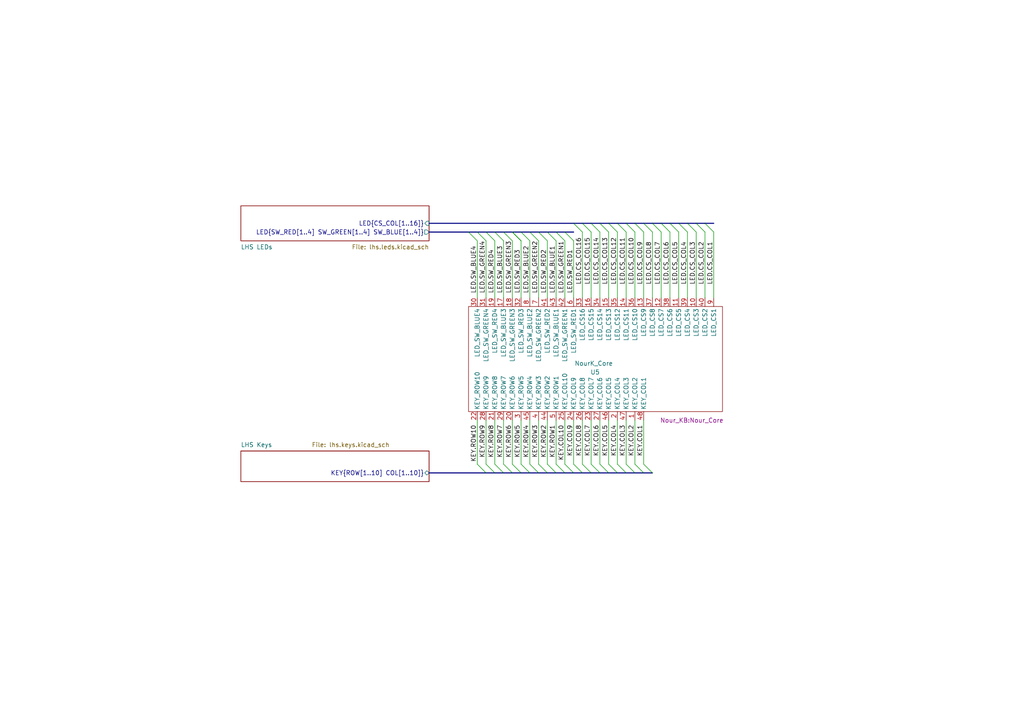
<source format=kicad_sch>
(kicad_sch (version 20211123) (generator eeschema)
  (paper "A4")
  (lib_symbols
    (symbol "Nour_KB:Nour_Core" (in_bom no)
      (property "Reference" "U" (at 0 0 0))
      (property "Value" "Nour_Core" (at 0 -2.54 0))
      (symbol "Nour_Core_0_1"
        (rectangle (start -36.83 15.24) (end 36.83 -15.24) (stroke (width 0.1524)))
      )
      (symbol "Nour_Core_1_1"
        (pin passive line (at 11.43 -17.78 90) (length 2.54) (name "KEY_COL2") (number "1"))
        (pin passive line (at 29.21 17.78 270) (length 2.54) (name "LED_CS3") (number "10"))
        (pin passive line (at 24.13 17.78 270) (length 2.54) (name "LED_CS5") (number "11"))
        (pin passive line (at 19.05 17.78 270) (length 2.54) (name "LED_CS7") (number "12"))
        (pin passive line (at 13.97 17.78 270) (length 2.54) (name "LED_CS9") (number "13"))
        (pin passive line (at 8.89 17.78 270) (length 2.54) (name "LED_CS11") (number "14"))
        (pin passive line (at 3.81 17.78 270) (length 2.54) (name "LED_CS13") (number "15"))
        (pin passive line (at -1.27 17.78 270) (length 2.54) (name "LED_CS15") (number "16"))
        (pin passive line (at -26.67 17.78 270) (length 2.54) (name "LED_SW_BLUE3") (number "17"))
        (pin passive line (at -24.13 17.78 270) (length 2.54) (name "LED_SW_GREEN3") (number "18"))
        (pin passive line (at -29.21 17.78 270) (length 2.54) (name "LED_SW_RED4") (number "19"))
        (pin passive line (at 6.35 -17.78 90) (length 2.54) (name "KEY_COL4") (number "2"))
        (pin passive line (at -24.13 -17.78 90) (length 2.54) (name "KEY_ROW6") (number "20"))
        (pin passive line (at -29.21 -17.78 90) (length 2.54) (name "KEY_ROW8") (number "21"))
        (pin passive line (at -34.29 -17.78 90) (length 2.54) (name "KEY_ROW10") (number "22"))
        (pin passive line (at -1.27 -17.78 90) (length 2.54) (name "KEY_COL7") (number "23"))
        (pin passive line (at -6.35 -17.78 90) (length 2.54) (name "KEY_COL9") (number "24"))
        (pin passive line (at -8.89 -17.78 90) (length 2.54) (name "KEY_COL10") (number "25"))
        (pin passive line (at -3.81 -17.78 90) (length 2.54) (name "KEY_COL8") (number "26"))
        (pin passive line (at 1.27 -17.78 90) (length 2.54) (name "KEY_COL6") (number "27"))
        (pin passive line (at -31.75 -17.78 90) (length 2.54) (name "KEY_ROW9") (number "28"))
        (pin passive line (at -26.67 -17.78 90) (length 2.54) (name "KEY_ROW7") (number "29"))
        (pin passive line (at -21.59 -17.78 90) (length 2.54) (name "KEY_ROW5") (number "3"))
        (pin passive line (at -34.29 17.78 270) (length 2.54) (name "LED_SW_BLUE4") (number "30"))
        (pin passive line (at -31.75 17.78 270) (length 2.54) (name "LED_SW_GREEN4") (number "31"))
        (pin passive line (at -21.59 17.78 270) (length 2.54) (name "LED_SW_RED3") (number "32"))
        (pin passive line (at -3.81 17.78 270) (length 2.54) (name "LED_CS16") (number "33"))
        (pin passive line (at 1.27 17.78 270) (length 2.54) (name "LED_CS14") (number "34"))
        (pin passive line (at 6.35 17.78 270) (length 2.54) (name "LED_CS12") (number "35"))
        (pin passive line (at 11.43 17.78 270) (length 2.54) (name "LED_CS10") (number "36"))
        (pin passive line (at 16.51 17.78 270) (length 2.54) (name "LED_CS8") (number "37"))
        (pin passive line (at 21.59 17.78 270) (length 2.54) (name "LED_CS6") (number "38"))
        (pin passive line (at 26.67 17.78 270) (length 2.54) (name "LED_CS4") (number "39"))
        (pin passive line (at -16.51 -17.78 90) (length 2.54) (name "KEY_ROW3") (number "4"))
        (pin passive line (at 31.75 17.78 270) (length 2.54) (name "LED_CS2") (number "40"))
        (pin passive line (at -13.97 17.78 270) (length 2.54) (name "LED_SW_RED2") (number "41"))
        (pin passive line (at -8.89 17.78 270) (length 2.54) (name "LED_SW_GREEN1") (number "42"))
        (pin passive line (at -11.43 17.78 270) (length 2.54) (name "LED_SW_BLUE1") (number "43"))
        (pin passive line (at -13.97 -17.78 90) (length 2.54) (name "KEY_ROW2") (number "44"))
        (pin passive line (at -19.05 -17.78 90) (length 2.54) (name "KEY_ROW4") (number "45"))
        (pin passive line (at 3.81 -17.78 90) (length 2.54) (name "KEY_COL5") (number "46"))
        (pin passive line (at 8.89 -17.78 90) (length 2.54) (name "KEY_COL3") (number "47"))
        (pin passive line (at 13.97 -17.78 90) (length 2.54) (name "KEY_COL1") (number "48"))
        (pin passive line (at -11.43 -17.78 90) (length 2.54) (name "KEY_ROW1") (number "5"))
        (pin passive line (at -6.35 17.78 270) (length 2.54) (name "LED_SW_RED1") (number "6"))
        (pin passive line (at -16.51 17.78 270) (length 2.54) (name "LED_SW_GREEN2") (number "7"))
        (pin passive line (at -19.05 17.78 270) (length 2.54) (name "LED_SW_BLUE2") (number "8"))
        (pin passive line (at 34.29 17.78 270) (length 2.54) (name "LED_CS1") (number "9"))
      )
    )
  )
  (bus_entry (at 135.89 67.31) (size 2.54 2.54))
  (bus_entry (at 146.05 67.31) (size 2.54 2.54))
  (bus_entry (at 161.29 67.31) (size 2.54 2.54))
  (bus_entry (at 138.43 67.31) (size 2.54 2.54))
  (bus_entry (at 186.69 134.62) (size 2.54 2.54))
  (bus_entry (at 184.15 134.62) (size 2.54 2.54))
  (bus_entry (at 181.61 134.62) (size 2.54 2.54))
  (bus_entry (at 179.07 134.62) (size 2.54 2.54))
  (bus_entry (at 176.53 134.62) (size 2.54 2.54))
  (bus_entry (at 173.99 134.62) (size 2.54 2.54))
  (bus_entry (at 171.45 134.62) (size 2.54 2.54))
  (bus_entry (at 168.91 134.62) (size 2.54 2.54))
  (bus_entry (at 166.37 134.62) (size 2.54 2.54))
  (bus_entry (at 163.83 134.62) (size 2.54 2.54))
  (bus_entry (at 161.29 134.62) (size 2.54 2.54))
  (bus_entry (at 204.47 64.77) (size 2.54 2.54))
  (bus_entry (at 201.93 64.77) (size 2.54 2.54))
  (bus_entry (at 199.39 64.77) (size 2.54 2.54))
  (bus_entry (at 196.85 64.77) (size 2.54 2.54))
  (bus_entry (at 194.31 64.77) (size 2.54 2.54))
  (bus_entry (at 191.77 64.77) (size 2.54 2.54))
  (bus_entry (at 189.23 64.77) (size 2.54 2.54))
  (bus_entry (at 138.43 134.62) (size 2.54 2.54))
  (bus_entry (at 156.21 67.31) (size 2.54 2.54))
  (bus_entry (at 156.21 134.62) (size 2.54 2.54))
  (bus_entry (at 158.75 67.31) (size 2.54 2.54))
  (bus_entry (at 151.13 67.31) (size 2.54 2.54))
  (bus_entry (at 158.75 134.62) (size 2.54 2.54))
  (bus_entry (at 148.59 67.31) (size 2.54 2.54))
  (bus_entry (at 153.67 134.62) (size 2.54 2.54))
  (bus_entry (at 140.97 67.31) (size 2.54 2.54))
  (bus_entry (at 171.45 64.77) (size 2.54 2.54))
  (bus_entry (at 168.91 64.77) (size 2.54 2.54))
  (bus_entry (at 166.37 64.77) (size 2.54 2.54))
  (bus_entry (at 173.99 64.77) (size 2.54 2.54))
  (bus_entry (at 186.69 64.77) (size 2.54 2.54))
  (bus_entry (at 184.15 64.77) (size 2.54 2.54))
  (bus_entry (at 181.61 64.77) (size 2.54 2.54))
  (bus_entry (at 179.07 64.77) (size 2.54 2.54))
  (bus_entry (at 176.53 64.77) (size 2.54 2.54))
  (bus_entry (at 151.13 134.62) (size 2.54 2.54))
  (bus_entry (at 163.83 67.31) (size 2.54 2.54))
  (bus_entry (at 148.59 134.62) (size 2.54 2.54))
  (bus_entry (at 153.67 67.31) (size 2.54 2.54))
  (bus_entry (at 143.51 67.31) (size 2.54 2.54))
  (bus_entry (at 146.05 134.62) (size 2.54 2.54))
  (bus_entry (at 148.59 67.31) (size 2.54 2.54))
  (bus_entry (at 140.97 134.62) (size 2.54 2.54))
  (bus_entry (at 143.51 134.62) (size 2.54 2.54))
  (wire (pts (xy 171.45 67.31) (xy 171.45 86.36)))
  (wire (pts (xy 199.39 67.31) (xy 199.39 86.36)))
  (wire (pts (xy 143.51 121.92) (xy 143.51 134.62)))
  (wire (pts (xy 140.97 69.85) (xy 140.97 86.36)))
  (bus (pts (xy 186.69 137.16) (xy 189.23 137.16)))
  (wire (pts (xy 146.05 121.92) (xy 146.05 134.62)))
  (bus (pts (xy 176.53 64.77) (xy 179.07 64.77)))
  (wire (pts (xy 179.07 121.92) (xy 179.07 134.62)))
  (bus (pts (xy 171.45 64.77) (xy 173.99 64.77)))
  (wire (pts (xy 184.15 121.92) (xy 184.15 134.62)))
  (bus (pts (xy 146.05 67.31) (xy 148.59 67.31)))
  (bus (pts (xy 186.69 64.77) (xy 189.23 64.77)))
  (bus (pts (xy 151.13 137.16) (xy 153.67 137.16)))
  (wire (pts (xy 176.53 67.31) (xy 176.53 86.36)))
  (wire (pts (xy 148.59 69.85) (xy 148.59 86.36)))
  (wire (pts (xy 168.91 67.31) (xy 168.91 86.36)))
  (bus (pts (xy 201.93 64.77) (xy 204.47 64.77)))
  (bus (pts (xy 135.89 67.31) (xy 138.43 67.31)))
  (wire (pts (xy 173.99 67.31) (xy 173.99 86.36)))
  (wire (pts (xy 168.91 121.92) (xy 168.91 134.62)))
  (wire (pts (xy 153.67 69.85) (xy 153.67 86.36)))
  (bus (pts (xy 140.97 137.16) (xy 143.51 137.16)))
  (wire (pts (xy 138.43 69.85) (xy 138.43 86.36)))
  (bus (pts (xy 204.47 64.77) (xy 207.01 64.77)))
  (bus (pts (xy 156.21 67.31) (xy 158.75 67.31)))
  (bus (pts (xy 146.05 137.16) (xy 148.59 137.16)))
  (bus (pts (xy 184.15 64.77) (xy 186.69 64.77)))
  (wire (pts (xy 166.37 121.92) (xy 166.37 134.62)))
  (wire (pts (xy 176.53 121.92) (xy 176.53 134.62)))
  (bus (pts (xy 173.99 137.16) (xy 176.53 137.16)))
  (bus (pts (xy 189.23 64.77) (xy 191.77 64.77)))
  (wire (pts (xy 204.47 67.31) (xy 204.47 86.36)))
  (wire (pts (xy 156.21 69.85) (xy 156.21 86.36)))
  (wire (pts (xy 138.43 121.92) (xy 138.43 134.62)))
  (wire (pts (xy 171.45 121.92) (xy 171.45 134.62)))
  (bus (pts (xy 191.77 64.77) (xy 194.31 64.77)))
  (bus (pts (xy 156.21 137.16) (xy 158.75 137.16)))
  (bus (pts (xy 138.43 67.31) (xy 140.97 67.31)))
  (wire (pts (xy 153.67 121.92) (xy 153.67 134.62)))
  (wire (pts (xy 166.37 69.85) (xy 166.37 86.36)))
  (bus (pts (xy 153.67 137.16) (xy 156.21 137.16)))
  (bus (pts (xy 161.29 137.16) (xy 163.83 137.16)))
  (wire (pts (xy 181.61 121.92) (xy 181.61 134.62)))
  (wire (pts (xy 161.29 121.92) (xy 161.29 134.62)))
  (bus (pts (xy 140.97 67.31) (xy 143.51 67.31)))
  (bus (pts (xy 124.46 67.31) (xy 135.89 67.31)))
  (bus (pts (xy 143.51 67.31) (xy 146.05 67.31)))
  (bus (pts (xy 163.83 67.31) (xy 166.37 67.31)))
  (wire (pts (xy 161.29 69.85) (xy 161.29 86.36)))
  (bus (pts (xy 151.13 67.31) (xy 153.67 67.31)))
  (wire (pts (xy 186.69 67.31) (xy 186.69 86.36)))
  (bus (pts (xy 168.91 64.77) (xy 171.45 64.77)))
  (bus (pts (xy 166.37 64.77) (xy 168.91 64.77)))
  (bus (pts (xy 196.85 64.77) (xy 199.39 64.77)))
  (wire (pts (xy 201.93 67.31) (xy 201.93 86.36)))
  (wire (pts (xy 191.77 67.31) (xy 191.77 86.36)))
  (bus (pts (xy 194.31 64.77) (xy 196.85 64.77)))
  (bus (pts (xy 173.99 64.77) (xy 176.53 64.77)))
  (wire (pts (xy 189.23 67.31) (xy 189.23 86.36)))
  (wire (pts (xy 207.01 67.31) (xy 207.01 86.36)))
  (wire (pts (xy 173.99 121.92) (xy 173.99 134.62)))
  (wire (pts (xy 151.13 69.85) (xy 151.13 86.36)))
  (bus (pts (xy 124.46 137.16) (xy 140.97 137.16)))
  (wire (pts (xy 194.31 67.31) (xy 194.31 86.36)))
  (bus (pts (xy 143.51 137.16) (xy 146.05 137.16)))
  (bus (pts (xy 158.75 67.31) (xy 161.29 67.31)))
  (bus (pts (xy 181.61 137.16) (xy 184.15 137.16)))
  (bus (pts (xy 124.46 64.77) (xy 166.37 64.77)))
  (bus (pts (xy 161.29 67.31) (xy 163.83 67.31)))
  (bus (pts (xy 199.39 64.77) (xy 201.93 64.77)))
  (bus (pts (xy 176.53 137.16) (xy 179.07 137.16)))
  (wire (pts (xy 184.15 67.31) (xy 184.15 86.36)))
  (bus (pts (xy 179.07 137.16) (xy 181.61 137.16)))
  (bus (pts (xy 153.67 67.31) (xy 156.21 67.31)))
  (bus (pts (xy 179.07 64.77) (xy 181.61 64.77)))
  (wire (pts (xy 146.05 69.85) (xy 146.05 86.36)))
  (wire (pts (xy 140.97 121.92) (xy 140.97 134.62)))
  (wire (pts (xy 143.51 69.85) (xy 143.51 86.36)))
  (wire (pts (xy 158.75 69.85) (xy 158.75 86.36)))
  (wire (pts (xy 163.83 121.92) (xy 163.83 134.62)))
  (wire (pts (xy 179.07 67.31) (xy 179.07 86.36)))
  (bus (pts (xy 184.15 137.16) (xy 186.69 137.16)))
  (wire (pts (xy 151.13 121.92) (xy 151.13 134.62)))
  (wire (pts (xy 156.21 121.92) (xy 156.21 134.62)))
  (bus (pts (xy 166.37 137.16) (xy 168.91 137.16)))
  (bus (pts (xy 163.83 137.16) (xy 166.37 137.16)))
  (wire (pts (xy 148.59 121.92) (xy 148.59 134.62)))
  (bus (pts (xy 158.75 137.16) (xy 161.29 137.16)))
  (bus (pts (xy 148.59 137.16) (xy 151.13 137.16)))
  (wire (pts (xy 196.85 67.31) (xy 196.85 86.36)))
  (wire (pts (xy 186.69 121.92) (xy 186.69 134.62)))
  (wire (pts (xy 163.83 69.85) (xy 163.83 86.36)))
  (wire (pts (xy 181.61 67.31) (xy 181.61 86.36)))
  (bus (pts (xy 171.45 137.16) (xy 173.99 137.16)))
  (bus (pts (xy 168.91 137.16) (xy 171.45 137.16)))
  (bus (pts (xy 148.59 67.31) (xy 151.13 67.31)))
  (wire (pts (xy 158.75 121.92) (xy 158.75 134.62)))
  (bus (pts (xy 181.61 64.77) (xy 184.15 64.77)))
  (label "KEY.COL1" (at 186.69 123.19 270))
  (label "LED.CS_COL14" (at 173.99 82.55 90))
  (label "LED.CS_COL15" (at 171.45 82.55 90))
  (label "LED.CS_COL11" (at 181.61 82.55 90))
  (label "KEY.COL7" (at 171.45 123.19 270))
  (label "KEY.ROW10" (at 138.43 123.19 270))
  (label "KEY.ROW6" (at 148.59 123.19 270))
  (label "KEY.COL4" (at 179.07 123.19 270))
  (label "LED.SW_RED2" (at 158.75 85.09 90))
  (label "LED.SW_GREEN2" (at 156.21 85.09 90))
  (label "LED.SW_RED3" (at 151.13 85.09 90))
  (label "LED.CS_COL8" (at 189.23 82.55 90))
  (label "LED.SW_BLUE4" (at 138.43 85.09 90))
  (label "LED.CS_COL9" (at 186.69 82.55 90))
  (label "LED.CS_COL10" (at 184.15 82.55 90))
  (label "LED.SW_BLUE2" (at 153.67 85.09 90))
  (label "KEY.ROW2" (at 158.75 123.19 270))
  (label "LED.SW_RED4" (at 143.51 85.09 90))
  (label "KEY.COL5" (at 176.53 123.19 270))
  (label "LED.CS_COL16" (at 168.91 82.55 90))
  (label "LED.CS_COL7" (at 191.77 82.55 90))
  (label "KEY.COL2" (at 184.15 123.19 270))
  (label "LED.SW_RED1" (at 166.37 85.09 90))
  (label "KEY.ROW7" (at 146.05 123.19 270))
  (label "KEY.COL10" (at 163.83 123.19 270))
  (label "LED.SW_GREEN4" (at 140.97 85.09 90))
  (label "LED.CS_COL5" (at 196.85 82.55 90))
  (label "LED.CS_COL3" (at 201.93 82.55 90))
  (label "LED.SW_BLUE1" (at 161.29 85.09 90))
  (label "KEY.ROW3" (at 156.21 123.19 270))
  (label "LED.CS_COL4" (at 199.39 82.55 90))
  (label "KEY.COL9" (at 166.37 123.19 270))
  (label "LED.CS_COL6" (at 194.31 82.55 90))
  (label "LED.CS_COL1" (at 207.01 82.55 90))
  (label "KEY.ROW8" (at 143.51 123.19 270))
  (label "KEY.COL8" (at 168.91 123.19 270))
  (label "KEY.ROW9" (at 140.97 123.19 270))
  (label "LED.CS_COL13" (at 176.53 82.55 90))
  (label "KEY.ROW1" (at 161.29 123.19 270))
  (label "LED.SW_GREEN1" (at 163.83 85.09 90))
  (label "LED.CS_COL12" (at 179.07 82.55 90))
  (label "LED.CS_COL2" (at 204.47 82.55 90))
  (label "KEY.COL6" (at 173.99 123.19 270))
  (label "KEY.COL3" (at 181.61 123.19 270))
  (label "LED.SW_BLUE3" (at 146.05 85.09 90))
  (label "KEY.ROW5" (at 151.13 123.19 270))
  (label "KEY.ROW4" (at 153.67 123.19 270))
  (label "LED.SW_GREEN3" (at 148.59 85.09 90))
  (symbol (lib_id "Nour_KB:Nour_Core") (at 172.72 104.14 0) (unit 1) (in_bom no)
    (property "Reference" "U5" (at 173.99 107.95 0) (effects (justify right)))
    (property "Value" "NourK_Core" (at 177.8 105.41 0) (effects (justify right)))
    (property "Footprint" "Nour_KB:Nour_Core" (at 200.66 121.92 0))
  )
  (sheet (at 69.85 59.69) (size 54.61 10.16) (stroke (width 0.1524))
    (property "Sheet name" "LHS LEDs" (at 69.85 72.39 0) (effects (justify left bottom)))
    (property "Sheet file" "lhs.leds.kicad_sch" (at 124.46 72.39 0) (effects (justify right bottom)))
    (pin "LED{SW_RED[1..4] SW_GREEN[1..4] SW_BLUE[1..4]}" output (at 124.46 67.31 0))
    (pin "LED{CS_COL[1..16]}" input (at 124.46 64.77 0))
  )
  (sheet (at 69.85 130.81) (size 54.61 8.89) (stroke (width 0.1524))
    (property "Sheet name" "LHS Keys" (at 69.85 128.27 0) (effects (justify left top)))
    (property "Sheet file" "lhs.keys.kicad_sch" (at 113.03 128.27 0) (effects (justify right top)))
    (pin "KEY{ROW[1..10] COL[1..10]}" bidirectional (at 124.46 137.16 0))
  )
)
</source>
